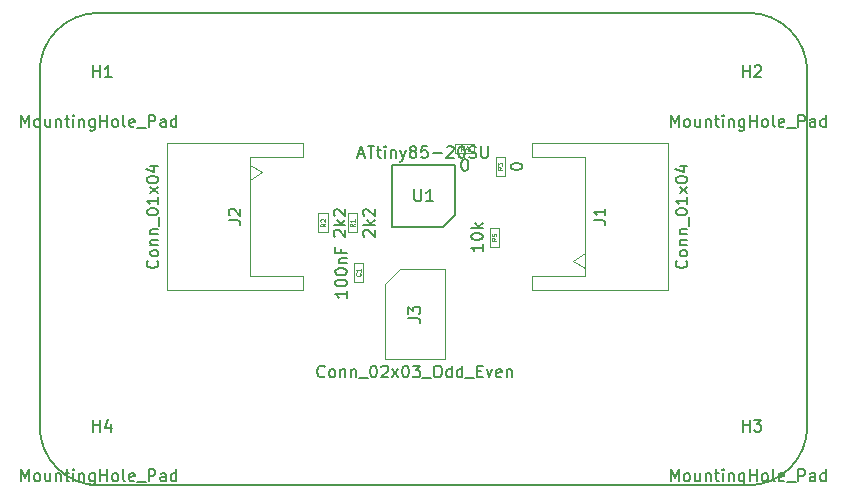
<source format=gbr>
%TF.GenerationSoftware,KiCad,Pcbnew,(5.1.6)-1*%
%TF.CreationDate,2020-12-10T00:03:04+01:00*%
%TF.ProjectId,06_I2C_2_NEOPIXELS,30365f49-3243-45f3-925f-4e454f504958,rev?*%
%TF.SameCoordinates,Original*%
%TF.FileFunction,Other,Fab,Top*%
%FSLAX46Y46*%
G04 Gerber Fmt 4.6, Leading zero omitted, Abs format (unit mm)*
G04 Created by KiCad (PCBNEW (5.1.6)-1) date 2020-12-10 00:03:04*
%MOMM*%
%LPD*%
G01*
G04 APERTURE LIST*
%TA.AperFunction,Profile*%
%ADD10C,0.150000*%
%TD*%
%ADD11C,0.100000*%
%ADD12C,0.150000*%
%ADD13C,0.060000*%
G04 APERTURE END LIST*
D10*
X160000000Y-55000000D02*
G75*
G02*
X165000000Y-60000000I0J-5000000D01*
G01*
X165000000Y-90000000D02*
G75*
G02*
X160000000Y-95000000I-5000000J0D01*
G01*
X105000000Y-95000000D02*
G75*
G02*
X100000000Y-90000000I0J5000000D01*
G01*
X100000000Y-60000000D02*
G75*
G02*
X105000000Y-55000000I5000000J0D01*
G01*
X100000000Y-90000000D02*
X100000000Y-60000000D01*
X160000000Y-95000000D02*
X105000000Y-95000000D01*
X165000000Y-60000000D02*
X165000000Y-90000000D01*
X105000000Y-55000000D02*
X160000000Y-55000000D01*
D11*
%TO.C,C1*%
X126600000Y-77800000D02*
X126600000Y-76200000D01*
X127400000Y-77800000D02*
X126600000Y-77800000D01*
X127400000Y-76200000D02*
X127400000Y-77800000D01*
X126600000Y-76200000D02*
X127400000Y-76200000D01*
%TO.C,J1*%
X145200000Y-76000000D02*
X146200000Y-75375000D01*
X146200000Y-76625000D02*
X145200000Y-76000000D01*
X146200000Y-67250000D02*
X146200000Y-72250000D01*
X141700000Y-67250000D02*
X146200000Y-67250000D01*
X141700000Y-66050000D02*
X141700000Y-67250000D01*
X153200000Y-66050000D02*
X141700000Y-66050000D01*
X153200000Y-72250000D02*
X153200000Y-66050000D01*
X146200000Y-77250000D02*
X146200000Y-72250000D01*
X141700000Y-77250000D02*
X146200000Y-77250000D01*
X141700000Y-78450000D02*
X141700000Y-77250000D01*
X153200000Y-78450000D02*
X141700000Y-78450000D01*
X153200000Y-72250000D02*
X153200000Y-78450000D01*
%TO.C,J2*%
X110800000Y-72250000D02*
X110800000Y-66050000D01*
X110800000Y-66050000D02*
X122300000Y-66050000D01*
X122300000Y-66050000D02*
X122300000Y-67250000D01*
X122300000Y-67250000D02*
X117800000Y-67250000D01*
X117800000Y-67250000D02*
X117800000Y-72250000D01*
X110800000Y-72250000D02*
X110800000Y-78450000D01*
X110800000Y-78450000D02*
X122300000Y-78450000D01*
X122300000Y-78450000D02*
X122300000Y-77250000D01*
X122300000Y-77250000D02*
X117800000Y-77250000D01*
X117800000Y-77250000D02*
X117800000Y-72250000D01*
X117800000Y-67875000D02*
X118800000Y-68500000D01*
X118800000Y-68500000D02*
X117800000Y-69125000D01*
%TO.C,J3*%
X129230000Y-78000000D02*
X130500000Y-76730000D01*
X129230000Y-84350000D02*
X129230000Y-78000000D01*
X134310000Y-84350000D02*
X129230000Y-84350000D01*
X134310000Y-76730000D02*
X134310000Y-84350000D01*
X130500000Y-76730000D02*
X134310000Y-76730000D01*
%TO.C,R1*%
X126900000Y-73587500D02*
X126100000Y-73587500D01*
X126100000Y-73587500D02*
X126100000Y-71987500D01*
X126100000Y-71987500D02*
X126900000Y-71987500D01*
X126900000Y-71987500D02*
X126900000Y-73587500D01*
%TO.C,R2*%
X124400000Y-71987500D02*
X124400000Y-73587500D01*
X123600000Y-71987500D02*
X124400000Y-71987500D01*
X123600000Y-73587500D02*
X123600000Y-71987500D01*
X124400000Y-73587500D02*
X123600000Y-73587500D01*
%TO.C,R3*%
X139400000Y-68800000D02*
X138600000Y-68800000D01*
X138600000Y-68800000D02*
X138600000Y-67200000D01*
X138600000Y-67200000D02*
X139400000Y-67200000D01*
X139400000Y-67200000D02*
X139400000Y-68800000D01*
%TO.C,R4*%
X136800000Y-66900000D02*
X135200000Y-66900000D01*
X136800000Y-66100000D02*
X136800000Y-66900000D01*
X135200000Y-66100000D02*
X136800000Y-66100000D01*
X135200000Y-66900000D02*
X135200000Y-66100000D01*
%TO.C,R5*%
X138100000Y-74800000D02*
X138100000Y-73200000D01*
X138900000Y-74800000D02*
X138100000Y-74800000D01*
X138900000Y-73200000D02*
X138900000Y-74800000D01*
X138100000Y-73200000D02*
X138900000Y-73200000D01*
D12*
%TO.C,U1*%
X135150000Y-72150000D02*
X134150000Y-73150000D01*
X135150000Y-67850000D02*
X135150000Y-72150000D01*
X129850000Y-67850000D02*
X135150000Y-67850000D01*
X129850000Y-73150000D02*
X129850000Y-67850000D01*
X134150000Y-73150000D02*
X129850000Y-73150000D01*
%TD*%
%TO.C,C1*%
X126022380Y-78547619D02*
X126022380Y-79119047D01*
X126022380Y-78833333D02*
X125022380Y-78833333D01*
X125165238Y-78928571D01*
X125260476Y-79023809D01*
X125308095Y-79119047D01*
X125022380Y-77928571D02*
X125022380Y-77833333D01*
X125070000Y-77738095D01*
X125117619Y-77690476D01*
X125212857Y-77642857D01*
X125403333Y-77595238D01*
X125641428Y-77595238D01*
X125831904Y-77642857D01*
X125927142Y-77690476D01*
X125974761Y-77738095D01*
X126022380Y-77833333D01*
X126022380Y-77928571D01*
X125974761Y-78023809D01*
X125927142Y-78071428D01*
X125831904Y-78119047D01*
X125641428Y-78166666D01*
X125403333Y-78166666D01*
X125212857Y-78119047D01*
X125117619Y-78071428D01*
X125070000Y-78023809D01*
X125022380Y-77928571D01*
X125022380Y-76976190D02*
X125022380Y-76880952D01*
X125070000Y-76785714D01*
X125117619Y-76738095D01*
X125212857Y-76690476D01*
X125403333Y-76642857D01*
X125641428Y-76642857D01*
X125831904Y-76690476D01*
X125927142Y-76738095D01*
X125974761Y-76785714D01*
X126022380Y-76880952D01*
X126022380Y-76976190D01*
X125974761Y-77071428D01*
X125927142Y-77119047D01*
X125831904Y-77166666D01*
X125641428Y-77214285D01*
X125403333Y-77214285D01*
X125212857Y-77166666D01*
X125117619Y-77119047D01*
X125070000Y-77071428D01*
X125022380Y-76976190D01*
X125355714Y-76214285D02*
X126022380Y-76214285D01*
X125450952Y-76214285D02*
X125403333Y-76166666D01*
X125355714Y-76071428D01*
X125355714Y-75928571D01*
X125403333Y-75833333D01*
X125498571Y-75785714D01*
X126022380Y-75785714D01*
X125498571Y-74976190D02*
X125498571Y-75309523D01*
X126022380Y-75309523D02*
X125022380Y-75309523D01*
X125022380Y-74833333D01*
D13*
X127142857Y-77066666D02*
X127161904Y-77085714D01*
X127180952Y-77142857D01*
X127180952Y-77180952D01*
X127161904Y-77238095D01*
X127123809Y-77276190D01*
X127085714Y-77295238D01*
X127009523Y-77314285D01*
X126952380Y-77314285D01*
X126876190Y-77295238D01*
X126838095Y-77276190D01*
X126800000Y-77238095D01*
X126780952Y-77180952D01*
X126780952Y-77142857D01*
X126800000Y-77085714D01*
X126819047Y-77066666D01*
X127180952Y-76685714D02*
X127180952Y-76914285D01*
X127180952Y-76800000D02*
X126780952Y-76800000D01*
X126838095Y-76838095D01*
X126876190Y-76876190D01*
X126895238Y-76914285D01*
%TO.C,H1*%
D12*
X98428571Y-64652380D02*
X98428571Y-63652380D01*
X98761904Y-64366666D01*
X99095238Y-63652380D01*
X99095238Y-64652380D01*
X99714285Y-64652380D02*
X99619047Y-64604761D01*
X99571428Y-64557142D01*
X99523809Y-64461904D01*
X99523809Y-64176190D01*
X99571428Y-64080952D01*
X99619047Y-64033333D01*
X99714285Y-63985714D01*
X99857142Y-63985714D01*
X99952380Y-64033333D01*
X100000000Y-64080952D01*
X100047619Y-64176190D01*
X100047619Y-64461904D01*
X100000000Y-64557142D01*
X99952380Y-64604761D01*
X99857142Y-64652380D01*
X99714285Y-64652380D01*
X100904761Y-63985714D02*
X100904761Y-64652380D01*
X100476190Y-63985714D02*
X100476190Y-64509523D01*
X100523809Y-64604761D01*
X100619047Y-64652380D01*
X100761904Y-64652380D01*
X100857142Y-64604761D01*
X100904761Y-64557142D01*
X101380952Y-63985714D02*
X101380952Y-64652380D01*
X101380952Y-64080952D02*
X101428571Y-64033333D01*
X101523809Y-63985714D01*
X101666666Y-63985714D01*
X101761904Y-64033333D01*
X101809523Y-64128571D01*
X101809523Y-64652380D01*
X102142857Y-63985714D02*
X102523809Y-63985714D01*
X102285714Y-63652380D02*
X102285714Y-64509523D01*
X102333333Y-64604761D01*
X102428571Y-64652380D01*
X102523809Y-64652380D01*
X102857142Y-64652380D02*
X102857142Y-63985714D01*
X102857142Y-63652380D02*
X102809523Y-63700000D01*
X102857142Y-63747619D01*
X102904761Y-63700000D01*
X102857142Y-63652380D01*
X102857142Y-63747619D01*
X103333333Y-63985714D02*
X103333333Y-64652380D01*
X103333333Y-64080952D02*
X103380952Y-64033333D01*
X103476190Y-63985714D01*
X103619047Y-63985714D01*
X103714285Y-64033333D01*
X103761904Y-64128571D01*
X103761904Y-64652380D01*
X104666666Y-63985714D02*
X104666666Y-64795238D01*
X104619047Y-64890476D01*
X104571428Y-64938095D01*
X104476190Y-64985714D01*
X104333333Y-64985714D01*
X104238095Y-64938095D01*
X104666666Y-64604761D02*
X104571428Y-64652380D01*
X104380952Y-64652380D01*
X104285714Y-64604761D01*
X104238095Y-64557142D01*
X104190476Y-64461904D01*
X104190476Y-64176190D01*
X104238095Y-64080952D01*
X104285714Y-64033333D01*
X104380952Y-63985714D01*
X104571428Y-63985714D01*
X104666666Y-64033333D01*
X105142857Y-64652380D02*
X105142857Y-63652380D01*
X105142857Y-64128571D02*
X105714285Y-64128571D01*
X105714285Y-64652380D02*
X105714285Y-63652380D01*
X106333333Y-64652380D02*
X106238095Y-64604761D01*
X106190476Y-64557142D01*
X106142857Y-64461904D01*
X106142857Y-64176190D01*
X106190476Y-64080952D01*
X106238095Y-64033333D01*
X106333333Y-63985714D01*
X106476190Y-63985714D01*
X106571428Y-64033333D01*
X106619047Y-64080952D01*
X106666666Y-64176190D01*
X106666666Y-64461904D01*
X106619047Y-64557142D01*
X106571428Y-64604761D01*
X106476190Y-64652380D01*
X106333333Y-64652380D01*
X107238095Y-64652380D02*
X107142857Y-64604761D01*
X107095238Y-64509523D01*
X107095238Y-63652380D01*
X108000000Y-64604761D02*
X107904761Y-64652380D01*
X107714285Y-64652380D01*
X107619047Y-64604761D01*
X107571428Y-64509523D01*
X107571428Y-64128571D01*
X107619047Y-64033333D01*
X107714285Y-63985714D01*
X107904761Y-63985714D01*
X108000000Y-64033333D01*
X108047619Y-64128571D01*
X108047619Y-64223809D01*
X107571428Y-64319047D01*
X108238095Y-64747619D02*
X109000000Y-64747619D01*
X109238095Y-64652380D02*
X109238095Y-63652380D01*
X109619047Y-63652380D01*
X109714285Y-63700000D01*
X109761904Y-63747619D01*
X109809523Y-63842857D01*
X109809523Y-63985714D01*
X109761904Y-64080952D01*
X109714285Y-64128571D01*
X109619047Y-64176190D01*
X109238095Y-64176190D01*
X110666666Y-64652380D02*
X110666666Y-64128571D01*
X110619047Y-64033333D01*
X110523809Y-63985714D01*
X110333333Y-63985714D01*
X110238095Y-64033333D01*
X110666666Y-64604761D02*
X110571428Y-64652380D01*
X110333333Y-64652380D01*
X110238095Y-64604761D01*
X110190476Y-64509523D01*
X110190476Y-64414285D01*
X110238095Y-64319047D01*
X110333333Y-64271428D01*
X110571428Y-64271428D01*
X110666666Y-64223809D01*
X111571428Y-64652380D02*
X111571428Y-63652380D01*
X111571428Y-64604761D02*
X111476190Y-64652380D01*
X111285714Y-64652380D01*
X111190476Y-64604761D01*
X111142857Y-64557142D01*
X111095238Y-64461904D01*
X111095238Y-64176190D01*
X111142857Y-64080952D01*
X111190476Y-64033333D01*
X111285714Y-63985714D01*
X111476190Y-63985714D01*
X111571428Y-64033333D01*
X104538095Y-60452380D02*
X104538095Y-59452380D01*
X104538095Y-59928571D02*
X105109523Y-59928571D01*
X105109523Y-60452380D02*
X105109523Y-59452380D01*
X106109523Y-60452380D02*
X105538095Y-60452380D01*
X105823809Y-60452380D02*
X105823809Y-59452380D01*
X105728571Y-59595238D01*
X105633333Y-59690476D01*
X105538095Y-59738095D01*
%TO.C,H2*%
X153428571Y-64652380D02*
X153428571Y-63652380D01*
X153761904Y-64366666D01*
X154095238Y-63652380D01*
X154095238Y-64652380D01*
X154714285Y-64652380D02*
X154619047Y-64604761D01*
X154571428Y-64557142D01*
X154523809Y-64461904D01*
X154523809Y-64176190D01*
X154571428Y-64080952D01*
X154619047Y-64033333D01*
X154714285Y-63985714D01*
X154857142Y-63985714D01*
X154952380Y-64033333D01*
X155000000Y-64080952D01*
X155047619Y-64176190D01*
X155047619Y-64461904D01*
X155000000Y-64557142D01*
X154952380Y-64604761D01*
X154857142Y-64652380D01*
X154714285Y-64652380D01*
X155904761Y-63985714D02*
X155904761Y-64652380D01*
X155476190Y-63985714D02*
X155476190Y-64509523D01*
X155523809Y-64604761D01*
X155619047Y-64652380D01*
X155761904Y-64652380D01*
X155857142Y-64604761D01*
X155904761Y-64557142D01*
X156380952Y-63985714D02*
X156380952Y-64652380D01*
X156380952Y-64080952D02*
X156428571Y-64033333D01*
X156523809Y-63985714D01*
X156666666Y-63985714D01*
X156761904Y-64033333D01*
X156809523Y-64128571D01*
X156809523Y-64652380D01*
X157142857Y-63985714D02*
X157523809Y-63985714D01*
X157285714Y-63652380D02*
X157285714Y-64509523D01*
X157333333Y-64604761D01*
X157428571Y-64652380D01*
X157523809Y-64652380D01*
X157857142Y-64652380D02*
X157857142Y-63985714D01*
X157857142Y-63652380D02*
X157809523Y-63700000D01*
X157857142Y-63747619D01*
X157904761Y-63700000D01*
X157857142Y-63652380D01*
X157857142Y-63747619D01*
X158333333Y-63985714D02*
X158333333Y-64652380D01*
X158333333Y-64080952D02*
X158380952Y-64033333D01*
X158476190Y-63985714D01*
X158619047Y-63985714D01*
X158714285Y-64033333D01*
X158761904Y-64128571D01*
X158761904Y-64652380D01*
X159666666Y-63985714D02*
X159666666Y-64795238D01*
X159619047Y-64890476D01*
X159571428Y-64938095D01*
X159476190Y-64985714D01*
X159333333Y-64985714D01*
X159238095Y-64938095D01*
X159666666Y-64604761D02*
X159571428Y-64652380D01*
X159380952Y-64652380D01*
X159285714Y-64604761D01*
X159238095Y-64557142D01*
X159190476Y-64461904D01*
X159190476Y-64176190D01*
X159238095Y-64080952D01*
X159285714Y-64033333D01*
X159380952Y-63985714D01*
X159571428Y-63985714D01*
X159666666Y-64033333D01*
X160142857Y-64652380D02*
X160142857Y-63652380D01*
X160142857Y-64128571D02*
X160714285Y-64128571D01*
X160714285Y-64652380D02*
X160714285Y-63652380D01*
X161333333Y-64652380D02*
X161238095Y-64604761D01*
X161190476Y-64557142D01*
X161142857Y-64461904D01*
X161142857Y-64176190D01*
X161190476Y-64080952D01*
X161238095Y-64033333D01*
X161333333Y-63985714D01*
X161476190Y-63985714D01*
X161571428Y-64033333D01*
X161619047Y-64080952D01*
X161666666Y-64176190D01*
X161666666Y-64461904D01*
X161619047Y-64557142D01*
X161571428Y-64604761D01*
X161476190Y-64652380D01*
X161333333Y-64652380D01*
X162238095Y-64652380D02*
X162142857Y-64604761D01*
X162095238Y-64509523D01*
X162095238Y-63652380D01*
X163000000Y-64604761D02*
X162904761Y-64652380D01*
X162714285Y-64652380D01*
X162619047Y-64604761D01*
X162571428Y-64509523D01*
X162571428Y-64128571D01*
X162619047Y-64033333D01*
X162714285Y-63985714D01*
X162904761Y-63985714D01*
X163000000Y-64033333D01*
X163047619Y-64128571D01*
X163047619Y-64223809D01*
X162571428Y-64319047D01*
X163238095Y-64747619D02*
X164000000Y-64747619D01*
X164238095Y-64652380D02*
X164238095Y-63652380D01*
X164619047Y-63652380D01*
X164714285Y-63700000D01*
X164761904Y-63747619D01*
X164809523Y-63842857D01*
X164809523Y-63985714D01*
X164761904Y-64080952D01*
X164714285Y-64128571D01*
X164619047Y-64176190D01*
X164238095Y-64176190D01*
X165666666Y-64652380D02*
X165666666Y-64128571D01*
X165619047Y-64033333D01*
X165523809Y-63985714D01*
X165333333Y-63985714D01*
X165238095Y-64033333D01*
X165666666Y-64604761D02*
X165571428Y-64652380D01*
X165333333Y-64652380D01*
X165238095Y-64604761D01*
X165190476Y-64509523D01*
X165190476Y-64414285D01*
X165238095Y-64319047D01*
X165333333Y-64271428D01*
X165571428Y-64271428D01*
X165666666Y-64223809D01*
X166571428Y-64652380D02*
X166571428Y-63652380D01*
X166571428Y-64604761D02*
X166476190Y-64652380D01*
X166285714Y-64652380D01*
X166190476Y-64604761D01*
X166142857Y-64557142D01*
X166095238Y-64461904D01*
X166095238Y-64176190D01*
X166142857Y-64080952D01*
X166190476Y-64033333D01*
X166285714Y-63985714D01*
X166476190Y-63985714D01*
X166571428Y-64033333D01*
X159538095Y-60452380D02*
X159538095Y-59452380D01*
X159538095Y-59928571D02*
X160109523Y-59928571D01*
X160109523Y-60452380D02*
X160109523Y-59452380D01*
X160538095Y-59547619D02*
X160585714Y-59500000D01*
X160680952Y-59452380D01*
X160919047Y-59452380D01*
X161014285Y-59500000D01*
X161061904Y-59547619D01*
X161109523Y-59642857D01*
X161109523Y-59738095D01*
X161061904Y-59880952D01*
X160490476Y-60452380D01*
X161109523Y-60452380D01*
%TO.C,H3*%
X153428571Y-94652380D02*
X153428571Y-93652380D01*
X153761904Y-94366666D01*
X154095238Y-93652380D01*
X154095238Y-94652380D01*
X154714285Y-94652380D02*
X154619047Y-94604761D01*
X154571428Y-94557142D01*
X154523809Y-94461904D01*
X154523809Y-94176190D01*
X154571428Y-94080952D01*
X154619047Y-94033333D01*
X154714285Y-93985714D01*
X154857142Y-93985714D01*
X154952380Y-94033333D01*
X155000000Y-94080952D01*
X155047619Y-94176190D01*
X155047619Y-94461904D01*
X155000000Y-94557142D01*
X154952380Y-94604761D01*
X154857142Y-94652380D01*
X154714285Y-94652380D01*
X155904761Y-93985714D02*
X155904761Y-94652380D01*
X155476190Y-93985714D02*
X155476190Y-94509523D01*
X155523809Y-94604761D01*
X155619047Y-94652380D01*
X155761904Y-94652380D01*
X155857142Y-94604761D01*
X155904761Y-94557142D01*
X156380952Y-93985714D02*
X156380952Y-94652380D01*
X156380952Y-94080952D02*
X156428571Y-94033333D01*
X156523809Y-93985714D01*
X156666666Y-93985714D01*
X156761904Y-94033333D01*
X156809523Y-94128571D01*
X156809523Y-94652380D01*
X157142857Y-93985714D02*
X157523809Y-93985714D01*
X157285714Y-93652380D02*
X157285714Y-94509523D01*
X157333333Y-94604761D01*
X157428571Y-94652380D01*
X157523809Y-94652380D01*
X157857142Y-94652380D02*
X157857142Y-93985714D01*
X157857142Y-93652380D02*
X157809523Y-93700000D01*
X157857142Y-93747619D01*
X157904761Y-93700000D01*
X157857142Y-93652380D01*
X157857142Y-93747619D01*
X158333333Y-93985714D02*
X158333333Y-94652380D01*
X158333333Y-94080952D02*
X158380952Y-94033333D01*
X158476190Y-93985714D01*
X158619047Y-93985714D01*
X158714285Y-94033333D01*
X158761904Y-94128571D01*
X158761904Y-94652380D01*
X159666666Y-93985714D02*
X159666666Y-94795238D01*
X159619047Y-94890476D01*
X159571428Y-94938095D01*
X159476190Y-94985714D01*
X159333333Y-94985714D01*
X159238095Y-94938095D01*
X159666666Y-94604761D02*
X159571428Y-94652380D01*
X159380952Y-94652380D01*
X159285714Y-94604761D01*
X159238095Y-94557142D01*
X159190476Y-94461904D01*
X159190476Y-94176190D01*
X159238095Y-94080952D01*
X159285714Y-94033333D01*
X159380952Y-93985714D01*
X159571428Y-93985714D01*
X159666666Y-94033333D01*
X160142857Y-94652380D02*
X160142857Y-93652380D01*
X160142857Y-94128571D02*
X160714285Y-94128571D01*
X160714285Y-94652380D02*
X160714285Y-93652380D01*
X161333333Y-94652380D02*
X161238095Y-94604761D01*
X161190476Y-94557142D01*
X161142857Y-94461904D01*
X161142857Y-94176190D01*
X161190476Y-94080952D01*
X161238095Y-94033333D01*
X161333333Y-93985714D01*
X161476190Y-93985714D01*
X161571428Y-94033333D01*
X161619047Y-94080952D01*
X161666666Y-94176190D01*
X161666666Y-94461904D01*
X161619047Y-94557142D01*
X161571428Y-94604761D01*
X161476190Y-94652380D01*
X161333333Y-94652380D01*
X162238095Y-94652380D02*
X162142857Y-94604761D01*
X162095238Y-94509523D01*
X162095238Y-93652380D01*
X163000000Y-94604761D02*
X162904761Y-94652380D01*
X162714285Y-94652380D01*
X162619047Y-94604761D01*
X162571428Y-94509523D01*
X162571428Y-94128571D01*
X162619047Y-94033333D01*
X162714285Y-93985714D01*
X162904761Y-93985714D01*
X163000000Y-94033333D01*
X163047619Y-94128571D01*
X163047619Y-94223809D01*
X162571428Y-94319047D01*
X163238095Y-94747619D02*
X164000000Y-94747619D01*
X164238095Y-94652380D02*
X164238095Y-93652380D01*
X164619047Y-93652380D01*
X164714285Y-93700000D01*
X164761904Y-93747619D01*
X164809523Y-93842857D01*
X164809523Y-93985714D01*
X164761904Y-94080952D01*
X164714285Y-94128571D01*
X164619047Y-94176190D01*
X164238095Y-94176190D01*
X165666666Y-94652380D02*
X165666666Y-94128571D01*
X165619047Y-94033333D01*
X165523809Y-93985714D01*
X165333333Y-93985714D01*
X165238095Y-94033333D01*
X165666666Y-94604761D02*
X165571428Y-94652380D01*
X165333333Y-94652380D01*
X165238095Y-94604761D01*
X165190476Y-94509523D01*
X165190476Y-94414285D01*
X165238095Y-94319047D01*
X165333333Y-94271428D01*
X165571428Y-94271428D01*
X165666666Y-94223809D01*
X166571428Y-94652380D02*
X166571428Y-93652380D01*
X166571428Y-94604761D02*
X166476190Y-94652380D01*
X166285714Y-94652380D01*
X166190476Y-94604761D01*
X166142857Y-94557142D01*
X166095238Y-94461904D01*
X166095238Y-94176190D01*
X166142857Y-94080952D01*
X166190476Y-94033333D01*
X166285714Y-93985714D01*
X166476190Y-93985714D01*
X166571428Y-94033333D01*
X159538095Y-90452380D02*
X159538095Y-89452380D01*
X159538095Y-89928571D02*
X160109523Y-89928571D01*
X160109523Y-90452380D02*
X160109523Y-89452380D01*
X160490476Y-89452380D02*
X161109523Y-89452380D01*
X160776190Y-89833333D01*
X160919047Y-89833333D01*
X161014285Y-89880952D01*
X161061904Y-89928571D01*
X161109523Y-90023809D01*
X161109523Y-90261904D01*
X161061904Y-90357142D01*
X161014285Y-90404761D01*
X160919047Y-90452380D01*
X160633333Y-90452380D01*
X160538095Y-90404761D01*
X160490476Y-90357142D01*
%TO.C,H4*%
X98428571Y-94652380D02*
X98428571Y-93652380D01*
X98761904Y-94366666D01*
X99095238Y-93652380D01*
X99095238Y-94652380D01*
X99714285Y-94652380D02*
X99619047Y-94604761D01*
X99571428Y-94557142D01*
X99523809Y-94461904D01*
X99523809Y-94176190D01*
X99571428Y-94080952D01*
X99619047Y-94033333D01*
X99714285Y-93985714D01*
X99857142Y-93985714D01*
X99952380Y-94033333D01*
X100000000Y-94080952D01*
X100047619Y-94176190D01*
X100047619Y-94461904D01*
X100000000Y-94557142D01*
X99952380Y-94604761D01*
X99857142Y-94652380D01*
X99714285Y-94652380D01*
X100904761Y-93985714D02*
X100904761Y-94652380D01*
X100476190Y-93985714D02*
X100476190Y-94509523D01*
X100523809Y-94604761D01*
X100619047Y-94652380D01*
X100761904Y-94652380D01*
X100857142Y-94604761D01*
X100904761Y-94557142D01*
X101380952Y-93985714D02*
X101380952Y-94652380D01*
X101380952Y-94080952D02*
X101428571Y-94033333D01*
X101523809Y-93985714D01*
X101666666Y-93985714D01*
X101761904Y-94033333D01*
X101809523Y-94128571D01*
X101809523Y-94652380D01*
X102142857Y-93985714D02*
X102523809Y-93985714D01*
X102285714Y-93652380D02*
X102285714Y-94509523D01*
X102333333Y-94604761D01*
X102428571Y-94652380D01*
X102523809Y-94652380D01*
X102857142Y-94652380D02*
X102857142Y-93985714D01*
X102857142Y-93652380D02*
X102809523Y-93700000D01*
X102857142Y-93747619D01*
X102904761Y-93700000D01*
X102857142Y-93652380D01*
X102857142Y-93747619D01*
X103333333Y-93985714D02*
X103333333Y-94652380D01*
X103333333Y-94080952D02*
X103380952Y-94033333D01*
X103476190Y-93985714D01*
X103619047Y-93985714D01*
X103714285Y-94033333D01*
X103761904Y-94128571D01*
X103761904Y-94652380D01*
X104666666Y-93985714D02*
X104666666Y-94795238D01*
X104619047Y-94890476D01*
X104571428Y-94938095D01*
X104476190Y-94985714D01*
X104333333Y-94985714D01*
X104238095Y-94938095D01*
X104666666Y-94604761D02*
X104571428Y-94652380D01*
X104380952Y-94652380D01*
X104285714Y-94604761D01*
X104238095Y-94557142D01*
X104190476Y-94461904D01*
X104190476Y-94176190D01*
X104238095Y-94080952D01*
X104285714Y-94033333D01*
X104380952Y-93985714D01*
X104571428Y-93985714D01*
X104666666Y-94033333D01*
X105142857Y-94652380D02*
X105142857Y-93652380D01*
X105142857Y-94128571D02*
X105714285Y-94128571D01*
X105714285Y-94652380D02*
X105714285Y-93652380D01*
X106333333Y-94652380D02*
X106238095Y-94604761D01*
X106190476Y-94557142D01*
X106142857Y-94461904D01*
X106142857Y-94176190D01*
X106190476Y-94080952D01*
X106238095Y-94033333D01*
X106333333Y-93985714D01*
X106476190Y-93985714D01*
X106571428Y-94033333D01*
X106619047Y-94080952D01*
X106666666Y-94176190D01*
X106666666Y-94461904D01*
X106619047Y-94557142D01*
X106571428Y-94604761D01*
X106476190Y-94652380D01*
X106333333Y-94652380D01*
X107238095Y-94652380D02*
X107142857Y-94604761D01*
X107095238Y-94509523D01*
X107095238Y-93652380D01*
X108000000Y-94604761D02*
X107904761Y-94652380D01*
X107714285Y-94652380D01*
X107619047Y-94604761D01*
X107571428Y-94509523D01*
X107571428Y-94128571D01*
X107619047Y-94033333D01*
X107714285Y-93985714D01*
X107904761Y-93985714D01*
X108000000Y-94033333D01*
X108047619Y-94128571D01*
X108047619Y-94223809D01*
X107571428Y-94319047D01*
X108238095Y-94747619D02*
X109000000Y-94747619D01*
X109238095Y-94652380D02*
X109238095Y-93652380D01*
X109619047Y-93652380D01*
X109714285Y-93700000D01*
X109761904Y-93747619D01*
X109809523Y-93842857D01*
X109809523Y-93985714D01*
X109761904Y-94080952D01*
X109714285Y-94128571D01*
X109619047Y-94176190D01*
X109238095Y-94176190D01*
X110666666Y-94652380D02*
X110666666Y-94128571D01*
X110619047Y-94033333D01*
X110523809Y-93985714D01*
X110333333Y-93985714D01*
X110238095Y-94033333D01*
X110666666Y-94604761D02*
X110571428Y-94652380D01*
X110333333Y-94652380D01*
X110238095Y-94604761D01*
X110190476Y-94509523D01*
X110190476Y-94414285D01*
X110238095Y-94319047D01*
X110333333Y-94271428D01*
X110571428Y-94271428D01*
X110666666Y-94223809D01*
X111571428Y-94652380D02*
X111571428Y-93652380D01*
X111571428Y-94604761D02*
X111476190Y-94652380D01*
X111285714Y-94652380D01*
X111190476Y-94604761D01*
X111142857Y-94557142D01*
X111095238Y-94461904D01*
X111095238Y-94176190D01*
X111142857Y-94080952D01*
X111190476Y-94033333D01*
X111285714Y-93985714D01*
X111476190Y-93985714D01*
X111571428Y-94033333D01*
X104538095Y-90452380D02*
X104538095Y-89452380D01*
X104538095Y-89928571D02*
X105109523Y-89928571D01*
X105109523Y-90452380D02*
X105109523Y-89452380D01*
X106014285Y-89785714D02*
X106014285Y-90452380D01*
X105776190Y-89404761D02*
X105538095Y-90119047D01*
X106157142Y-90119047D01*
%TO.C,J1*%
X154757142Y-75988095D02*
X154804761Y-76035714D01*
X154852380Y-76178571D01*
X154852380Y-76273809D01*
X154804761Y-76416666D01*
X154709523Y-76511904D01*
X154614285Y-76559523D01*
X154423809Y-76607142D01*
X154280952Y-76607142D01*
X154090476Y-76559523D01*
X153995238Y-76511904D01*
X153900000Y-76416666D01*
X153852380Y-76273809D01*
X153852380Y-76178571D01*
X153900000Y-76035714D01*
X153947619Y-75988095D01*
X154852380Y-75416666D02*
X154804761Y-75511904D01*
X154757142Y-75559523D01*
X154661904Y-75607142D01*
X154376190Y-75607142D01*
X154280952Y-75559523D01*
X154233333Y-75511904D01*
X154185714Y-75416666D01*
X154185714Y-75273809D01*
X154233333Y-75178571D01*
X154280952Y-75130952D01*
X154376190Y-75083333D01*
X154661904Y-75083333D01*
X154757142Y-75130952D01*
X154804761Y-75178571D01*
X154852380Y-75273809D01*
X154852380Y-75416666D01*
X154185714Y-74654761D02*
X154852380Y-74654761D01*
X154280952Y-74654761D02*
X154233333Y-74607142D01*
X154185714Y-74511904D01*
X154185714Y-74369047D01*
X154233333Y-74273809D01*
X154328571Y-74226190D01*
X154852380Y-74226190D01*
X154185714Y-73750000D02*
X154852380Y-73750000D01*
X154280952Y-73750000D02*
X154233333Y-73702380D01*
X154185714Y-73607142D01*
X154185714Y-73464285D01*
X154233333Y-73369047D01*
X154328571Y-73321428D01*
X154852380Y-73321428D01*
X154947619Y-73083333D02*
X154947619Y-72321428D01*
X153852380Y-71892857D02*
X153852380Y-71797619D01*
X153900000Y-71702380D01*
X153947619Y-71654761D01*
X154042857Y-71607142D01*
X154233333Y-71559523D01*
X154471428Y-71559523D01*
X154661904Y-71607142D01*
X154757142Y-71654761D01*
X154804761Y-71702380D01*
X154852380Y-71797619D01*
X154852380Y-71892857D01*
X154804761Y-71988095D01*
X154757142Y-72035714D01*
X154661904Y-72083333D01*
X154471428Y-72130952D01*
X154233333Y-72130952D01*
X154042857Y-72083333D01*
X153947619Y-72035714D01*
X153900000Y-71988095D01*
X153852380Y-71892857D01*
X154852380Y-70607142D02*
X154852380Y-71178571D01*
X154852380Y-70892857D02*
X153852380Y-70892857D01*
X153995238Y-70988095D01*
X154090476Y-71083333D01*
X154138095Y-71178571D01*
X154852380Y-70273809D02*
X154185714Y-69750000D01*
X154185714Y-70273809D02*
X154852380Y-69750000D01*
X153852380Y-69178571D02*
X153852380Y-69083333D01*
X153900000Y-68988095D01*
X153947619Y-68940476D01*
X154042857Y-68892857D01*
X154233333Y-68845238D01*
X154471428Y-68845238D01*
X154661904Y-68892857D01*
X154757142Y-68940476D01*
X154804761Y-68988095D01*
X154852380Y-69083333D01*
X154852380Y-69178571D01*
X154804761Y-69273809D01*
X154757142Y-69321428D01*
X154661904Y-69369047D01*
X154471428Y-69416666D01*
X154233333Y-69416666D01*
X154042857Y-69369047D01*
X153947619Y-69321428D01*
X153900000Y-69273809D01*
X153852380Y-69178571D01*
X154185714Y-67988095D02*
X154852380Y-67988095D01*
X153804761Y-68226190D02*
X154519047Y-68464285D01*
X154519047Y-67845238D01*
X146902380Y-72583333D02*
X147616666Y-72583333D01*
X147759523Y-72630952D01*
X147854761Y-72726190D01*
X147902380Y-72869047D01*
X147902380Y-72964285D01*
X147902380Y-71583333D02*
X147902380Y-72154761D01*
X147902380Y-71869047D02*
X146902380Y-71869047D01*
X147045238Y-71964285D01*
X147140476Y-72059523D01*
X147188095Y-72154761D01*
%TO.C,J2*%
X109957142Y-75988095D02*
X110004761Y-76035714D01*
X110052380Y-76178571D01*
X110052380Y-76273809D01*
X110004761Y-76416666D01*
X109909523Y-76511904D01*
X109814285Y-76559523D01*
X109623809Y-76607142D01*
X109480952Y-76607142D01*
X109290476Y-76559523D01*
X109195238Y-76511904D01*
X109100000Y-76416666D01*
X109052380Y-76273809D01*
X109052380Y-76178571D01*
X109100000Y-76035714D01*
X109147619Y-75988095D01*
X110052380Y-75416666D02*
X110004761Y-75511904D01*
X109957142Y-75559523D01*
X109861904Y-75607142D01*
X109576190Y-75607142D01*
X109480952Y-75559523D01*
X109433333Y-75511904D01*
X109385714Y-75416666D01*
X109385714Y-75273809D01*
X109433333Y-75178571D01*
X109480952Y-75130952D01*
X109576190Y-75083333D01*
X109861904Y-75083333D01*
X109957142Y-75130952D01*
X110004761Y-75178571D01*
X110052380Y-75273809D01*
X110052380Y-75416666D01*
X109385714Y-74654761D02*
X110052380Y-74654761D01*
X109480952Y-74654761D02*
X109433333Y-74607142D01*
X109385714Y-74511904D01*
X109385714Y-74369047D01*
X109433333Y-74273809D01*
X109528571Y-74226190D01*
X110052380Y-74226190D01*
X109385714Y-73750000D02*
X110052380Y-73750000D01*
X109480952Y-73750000D02*
X109433333Y-73702380D01*
X109385714Y-73607142D01*
X109385714Y-73464285D01*
X109433333Y-73369047D01*
X109528571Y-73321428D01*
X110052380Y-73321428D01*
X110147619Y-73083333D02*
X110147619Y-72321428D01*
X109052380Y-71892857D02*
X109052380Y-71797619D01*
X109100000Y-71702380D01*
X109147619Y-71654761D01*
X109242857Y-71607142D01*
X109433333Y-71559523D01*
X109671428Y-71559523D01*
X109861904Y-71607142D01*
X109957142Y-71654761D01*
X110004761Y-71702380D01*
X110052380Y-71797619D01*
X110052380Y-71892857D01*
X110004761Y-71988095D01*
X109957142Y-72035714D01*
X109861904Y-72083333D01*
X109671428Y-72130952D01*
X109433333Y-72130952D01*
X109242857Y-72083333D01*
X109147619Y-72035714D01*
X109100000Y-71988095D01*
X109052380Y-71892857D01*
X110052380Y-70607142D02*
X110052380Y-71178571D01*
X110052380Y-70892857D02*
X109052380Y-70892857D01*
X109195238Y-70988095D01*
X109290476Y-71083333D01*
X109338095Y-71178571D01*
X110052380Y-70273809D02*
X109385714Y-69750000D01*
X109385714Y-70273809D02*
X110052380Y-69750000D01*
X109052380Y-69178571D02*
X109052380Y-69083333D01*
X109100000Y-68988095D01*
X109147619Y-68940476D01*
X109242857Y-68892857D01*
X109433333Y-68845238D01*
X109671428Y-68845238D01*
X109861904Y-68892857D01*
X109957142Y-68940476D01*
X110004761Y-68988095D01*
X110052380Y-69083333D01*
X110052380Y-69178571D01*
X110004761Y-69273809D01*
X109957142Y-69321428D01*
X109861904Y-69369047D01*
X109671428Y-69416666D01*
X109433333Y-69416666D01*
X109242857Y-69369047D01*
X109147619Y-69321428D01*
X109100000Y-69273809D01*
X109052380Y-69178571D01*
X109385714Y-67988095D02*
X110052380Y-67988095D01*
X109004761Y-68226190D02*
X109719047Y-68464285D01*
X109719047Y-67845238D01*
X116002380Y-72583333D02*
X116716666Y-72583333D01*
X116859523Y-72630952D01*
X116954761Y-72726190D01*
X117002380Y-72869047D01*
X117002380Y-72964285D01*
X116097619Y-72154761D02*
X116050000Y-72107142D01*
X116002380Y-72011904D01*
X116002380Y-71773809D01*
X116050000Y-71678571D01*
X116097619Y-71630952D01*
X116192857Y-71583333D01*
X116288095Y-71583333D01*
X116430952Y-71630952D01*
X117002380Y-72202380D01*
X117002380Y-71583333D01*
%TO.C,J3*%
X124127142Y-85767142D02*
X124079523Y-85814761D01*
X123936666Y-85862380D01*
X123841428Y-85862380D01*
X123698571Y-85814761D01*
X123603333Y-85719523D01*
X123555714Y-85624285D01*
X123508095Y-85433809D01*
X123508095Y-85290952D01*
X123555714Y-85100476D01*
X123603333Y-85005238D01*
X123698571Y-84910000D01*
X123841428Y-84862380D01*
X123936666Y-84862380D01*
X124079523Y-84910000D01*
X124127142Y-84957619D01*
X124698571Y-85862380D02*
X124603333Y-85814761D01*
X124555714Y-85767142D01*
X124508095Y-85671904D01*
X124508095Y-85386190D01*
X124555714Y-85290952D01*
X124603333Y-85243333D01*
X124698571Y-85195714D01*
X124841428Y-85195714D01*
X124936666Y-85243333D01*
X124984285Y-85290952D01*
X125031904Y-85386190D01*
X125031904Y-85671904D01*
X124984285Y-85767142D01*
X124936666Y-85814761D01*
X124841428Y-85862380D01*
X124698571Y-85862380D01*
X125460476Y-85195714D02*
X125460476Y-85862380D01*
X125460476Y-85290952D02*
X125508095Y-85243333D01*
X125603333Y-85195714D01*
X125746190Y-85195714D01*
X125841428Y-85243333D01*
X125889047Y-85338571D01*
X125889047Y-85862380D01*
X126365238Y-85195714D02*
X126365238Y-85862380D01*
X126365238Y-85290952D02*
X126412857Y-85243333D01*
X126508095Y-85195714D01*
X126650952Y-85195714D01*
X126746190Y-85243333D01*
X126793809Y-85338571D01*
X126793809Y-85862380D01*
X127031904Y-85957619D02*
X127793809Y-85957619D01*
X128222380Y-84862380D02*
X128317619Y-84862380D01*
X128412857Y-84910000D01*
X128460476Y-84957619D01*
X128508095Y-85052857D01*
X128555714Y-85243333D01*
X128555714Y-85481428D01*
X128508095Y-85671904D01*
X128460476Y-85767142D01*
X128412857Y-85814761D01*
X128317619Y-85862380D01*
X128222380Y-85862380D01*
X128127142Y-85814761D01*
X128079523Y-85767142D01*
X128031904Y-85671904D01*
X127984285Y-85481428D01*
X127984285Y-85243333D01*
X128031904Y-85052857D01*
X128079523Y-84957619D01*
X128127142Y-84910000D01*
X128222380Y-84862380D01*
X128936666Y-84957619D02*
X128984285Y-84910000D01*
X129079523Y-84862380D01*
X129317619Y-84862380D01*
X129412857Y-84910000D01*
X129460476Y-84957619D01*
X129508095Y-85052857D01*
X129508095Y-85148095D01*
X129460476Y-85290952D01*
X128889047Y-85862380D01*
X129508095Y-85862380D01*
X129841428Y-85862380D02*
X130365238Y-85195714D01*
X129841428Y-85195714D02*
X130365238Y-85862380D01*
X130936666Y-84862380D02*
X131031904Y-84862380D01*
X131127142Y-84910000D01*
X131174761Y-84957619D01*
X131222380Y-85052857D01*
X131270000Y-85243333D01*
X131270000Y-85481428D01*
X131222380Y-85671904D01*
X131174761Y-85767142D01*
X131127142Y-85814761D01*
X131031904Y-85862380D01*
X130936666Y-85862380D01*
X130841428Y-85814761D01*
X130793809Y-85767142D01*
X130746190Y-85671904D01*
X130698571Y-85481428D01*
X130698571Y-85243333D01*
X130746190Y-85052857D01*
X130793809Y-84957619D01*
X130841428Y-84910000D01*
X130936666Y-84862380D01*
X131603333Y-84862380D02*
X132222380Y-84862380D01*
X131889047Y-85243333D01*
X132031904Y-85243333D01*
X132127142Y-85290952D01*
X132174761Y-85338571D01*
X132222380Y-85433809D01*
X132222380Y-85671904D01*
X132174761Y-85767142D01*
X132127142Y-85814761D01*
X132031904Y-85862380D01*
X131746190Y-85862380D01*
X131650952Y-85814761D01*
X131603333Y-85767142D01*
X132412857Y-85957619D02*
X133174761Y-85957619D01*
X133603333Y-84862380D02*
X133793809Y-84862380D01*
X133889047Y-84910000D01*
X133984285Y-85005238D01*
X134031904Y-85195714D01*
X134031904Y-85529047D01*
X133984285Y-85719523D01*
X133889047Y-85814761D01*
X133793809Y-85862380D01*
X133603333Y-85862380D01*
X133508095Y-85814761D01*
X133412857Y-85719523D01*
X133365238Y-85529047D01*
X133365238Y-85195714D01*
X133412857Y-85005238D01*
X133508095Y-84910000D01*
X133603333Y-84862380D01*
X134889047Y-85862380D02*
X134889047Y-84862380D01*
X134889047Y-85814761D02*
X134793809Y-85862380D01*
X134603333Y-85862380D01*
X134508095Y-85814761D01*
X134460476Y-85767142D01*
X134412857Y-85671904D01*
X134412857Y-85386190D01*
X134460476Y-85290952D01*
X134508095Y-85243333D01*
X134603333Y-85195714D01*
X134793809Y-85195714D01*
X134889047Y-85243333D01*
X135793809Y-85862380D02*
X135793809Y-84862380D01*
X135793809Y-85814761D02*
X135698571Y-85862380D01*
X135508095Y-85862380D01*
X135412857Y-85814761D01*
X135365238Y-85767142D01*
X135317619Y-85671904D01*
X135317619Y-85386190D01*
X135365238Y-85290952D01*
X135412857Y-85243333D01*
X135508095Y-85195714D01*
X135698571Y-85195714D01*
X135793809Y-85243333D01*
X136031904Y-85957619D02*
X136793809Y-85957619D01*
X137031904Y-85338571D02*
X137365238Y-85338571D01*
X137508095Y-85862380D02*
X137031904Y-85862380D01*
X137031904Y-84862380D01*
X137508095Y-84862380D01*
X137841428Y-85195714D02*
X138079523Y-85862380D01*
X138317619Y-85195714D01*
X139079523Y-85814761D02*
X138984285Y-85862380D01*
X138793809Y-85862380D01*
X138698571Y-85814761D01*
X138650952Y-85719523D01*
X138650952Y-85338571D01*
X138698571Y-85243333D01*
X138793809Y-85195714D01*
X138984285Y-85195714D01*
X139079523Y-85243333D01*
X139127142Y-85338571D01*
X139127142Y-85433809D01*
X138650952Y-85529047D01*
X139555714Y-85195714D02*
X139555714Y-85862380D01*
X139555714Y-85290952D02*
X139603333Y-85243333D01*
X139698571Y-85195714D01*
X139841428Y-85195714D01*
X139936666Y-85243333D01*
X139984285Y-85338571D01*
X139984285Y-85862380D01*
X131222380Y-80873333D02*
X131936666Y-80873333D01*
X132079523Y-80920952D01*
X132174761Y-81016190D01*
X132222380Y-81159047D01*
X132222380Y-81254285D01*
X131222380Y-80492380D02*
X131222380Y-79873333D01*
X131603333Y-80206666D01*
X131603333Y-80063809D01*
X131650952Y-79968571D01*
X131698571Y-79920952D01*
X131793809Y-79873333D01*
X132031904Y-79873333D01*
X132127142Y-79920952D01*
X132174761Y-79968571D01*
X132222380Y-80063809D01*
X132222380Y-80349523D01*
X132174761Y-80444761D01*
X132127142Y-80492380D01*
%TO.C,R1*%
X127477619Y-73954166D02*
X127430000Y-73906547D01*
X127382380Y-73811309D01*
X127382380Y-73573214D01*
X127430000Y-73477976D01*
X127477619Y-73430357D01*
X127572857Y-73382738D01*
X127668095Y-73382738D01*
X127810952Y-73430357D01*
X128382380Y-74001785D01*
X128382380Y-73382738D01*
X128382380Y-72954166D02*
X127382380Y-72954166D01*
X128001428Y-72858928D02*
X128382380Y-72573214D01*
X127715714Y-72573214D02*
X128096666Y-72954166D01*
X127477619Y-72192261D02*
X127430000Y-72144642D01*
X127382380Y-72049404D01*
X127382380Y-71811309D01*
X127430000Y-71716071D01*
X127477619Y-71668452D01*
X127572857Y-71620833D01*
X127668095Y-71620833D01*
X127810952Y-71668452D01*
X128382380Y-72239880D01*
X128382380Y-71620833D01*
D13*
X126680952Y-72854166D02*
X126490476Y-72987500D01*
X126680952Y-73082738D02*
X126280952Y-73082738D01*
X126280952Y-72930357D01*
X126300000Y-72892261D01*
X126319047Y-72873214D01*
X126357142Y-72854166D01*
X126414285Y-72854166D01*
X126452380Y-72873214D01*
X126471428Y-72892261D01*
X126490476Y-72930357D01*
X126490476Y-73082738D01*
X126680952Y-72473214D02*
X126680952Y-72701785D01*
X126680952Y-72587500D02*
X126280952Y-72587500D01*
X126338095Y-72625595D01*
X126376190Y-72663690D01*
X126395238Y-72701785D01*
%TO.C,R2*%
D12*
X124977619Y-73954166D02*
X124930000Y-73906547D01*
X124882380Y-73811309D01*
X124882380Y-73573214D01*
X124930000Y-73477976D01*
X124977619Y-73430357D01*
X125072857Y-73382738D01*
X125168095Y-73382738D01*
X125310952Y-73430357D01*
X125882380Y-74001785D01*
X125882380Y-73382738D01*
X125882380Y-72954166D02*
X124882380Y-72954166D01*
X125501428Y-72858928D02*
X125882380Y-72573214D01*
X125215714Y-72573214D02*
X125596666Y-72954166D01*
X124977619Y-72192261D02*
X124930000Y-72144642D01*
X124882380Y-72049404D01*
X124882380Y-71811309D01*
X124930000Y-71716071D01*
X124977619Y-71668452D01*
X125072857Y-71620833D01*
X125168095Y-71620833D01*
X125310952Y-71668452D01*
X125882380Y-72239880D01*
X125882380Y-71620833D01*
D13*
X124180952Y-72854166D02*
X123990476Y-72987500D01*
X124180952Y-73082738D02*
X123780952Y-73082738D01*
X123780952Y-72930357D01*
X123800000Y-72892261D01*
X123819047Y-72873214D01*
X123857142Y-72854166D01*
X123914285Y-72854166D01*
X123952380Y-72873214D01*
X123971428Y-72892261D01*
X123990476Y-72930357D01*
X123990476Y-73082738D01*
X123819047Y-72701785D02*
X123800000Y-72682738D01*
X123780952Y-72644642D01*
X123780952Y-72549404D01*
X123800000Y-72511309D01*
X123819047Y-72492261D01*
X123857142Y-72473214D01*
X123895238Y-72473214D01*
X123952380Y-72492261D01*
X124180952Y-72720833D01*
X124180952Y-72473214D01*
%TO.C,R3*%
D12*
X139882380Y-68047619D02*
X139882380Y-67952380D01*
X139930000Y-67857142D01*
X139977619Y-67809523D01*
X140072857Y-67761904D01*
X140263333Y-67714285D01*
X140501428Y-67714285D01*
X140691904Y-67761904D01*
X140787142Y-67809523D01*
X140834761Y-67857142D01*
X140882380Y-67952380D01*
X140882380Y-68047619D01*
X140834761Y-68142857D01*
X140787142Y-68190476D01*
X140691904Y-68238095D01*
X140501428Y-68285714D01*
X140263333Y-68285714D01*
X140072857Y-68238095D01*
X139977619Y-68190476D01*
X139930000Y-68142857D01*
X139882380Y-68047619D01*
D13*
X139180952Y-68066666D02*
X138990476Y-68200000D01*
X139180952Y-68295238D02*
X138780952Y-68295238D01*
X138780952Y-68142857D01*
X138800000Y-68104761D01*
X138819047Y-68085714D01*
X138857142Y-68066666D01*
X138914285Y-68066666D01*
X138952380Y-68085714D01*
X138971428Y-68104761D01*
X138990476Y-68142857D01*
X138990476Y-68295238D01*
X138780952Y-67933333D02*
X138780952Y-67685714D01*
X138933333Y-67819047D01*
X138933333Y-67761904D01*
X138952380Y-67723809D01*
X138971428Y-67704761D01*
X139009523Y-67685714D01*
X139104761Y-67685714D01*
X139142857Y-67704761D01*
X139161904Y-67723809D01*
X139180952Y-67761904D01*
X139180952Y-67876190D01*
X139161904Y-67914285D01*
X139142857Y-67933333D01*
%TO.C,R4*%
D12*
X135952380Y-67382380D02*
X136047619Y-67382380D01*
X136142857Y-67430000D01*
X136190476Y-67477619D01*
X136238095Y-67572857D01*
X136285714Y-67763333D01*
X136285714Y-68001428D01*
X136238095Y-68191904D01*
X136190476Y-68287142D01*
X136142857Y-68334761D01*
X136047619Y-68382380D01*
X135952380Y-68382380D01*
X135857142Y-68334761D01*
X135809523Y-68287142D01*
X135761904Y-68191904D01*
X135714285Y-68001428D01*
X135714285Y-67763333D01*
X135761904Y-67572857D01*
X135809523Y-67477619D01*
X135857142Y-67430000D01*
X135952380Y-67382380D01*
D13*
X135933333Y-66680952D02*
X135800000Y-66490476D01*
X135704761Y-66680952D02*
X135704761Y-66280952D01*
X135857142Y-66280952D01*
X135895238Y-66300000D01*
X135914285Y-66319047D01*
X135933333Y-66357142D01*
X135933333Y-66414285D01*
X135914285Y-66452380D01*
X135895238Y-66471428D01*
X135857142Y-66490476D01*
X135704761Y-66490476D01*
X136276190Y-66414285D02*
X136276190Y-66680952D01*
X136180952Y-66261904D02*
X136085714Y-66547619D01*
X136333333Y-66547619D01*
%TO.C,R5*%
D12*
X137522380Y-74595238D02*
X137522380Y-75166666D01*
X137522380Y-74880952D02*
X136522380Y-74880952D01*
X136665238Y-74976190D01*
X136760476Y-75071428D01*
X136808095Y-75166666D01*
X136522380Y-73976190D02*
X136522380Y-73880952D01*
X136570000Y-73785714D01*
X136617619Y-73738095D01*
X136712857Y-73690476D01*
X136903333Y-73642857D01*
X137141428Y-73642857D01*
X137331904Y-73690476D01*
X137427142Y-73738095D01*
X137474761Y-73785714D01*
X137522380Y-73880952D01*
X137522380Y-73976190D01*
X137474761Y-74071428D01*
X137427142Y-74119047D01*
X137331904Y-74166666D01*
X137141428Y-74214285D01*
X136903333Y-74214285D01*
X136712857Y-74166666D01*
X136617619Y-74119047D01*
X136570000Y-74071428D01*
X136522380Y-73976190D01*
X137522380Y-73214285D02*
X136522380Y-73214285D01*
X137141428Y-73119047D02*
X137522380Y-72833333D01*
X136855714Y-72833333D02*
X137236666Y-73214285D01*
D13*
X138680952Y-74066666D02*
X138490476Y-74200000D01*
X138680952Y-74295238D02*
X138280952Y-74295238D01*
X138280952Y-74142857D01*
X138300000Y-74104761D01*
X138319047Y-74085714D01*
X138357142Y-74066666D01*
X138414285Y-74066666D01*
X138452380Y-74085714D01*
X138471428Y-74104761D01*
X138490476Y-74142857D01*
X138490476Y-74295238D01*
X138280952Y-73704761D02*
X138280952Y-73895238D01*
X138471428Y-73914285D01*
X138452380Y-73895238D01*
X138433333Y-73857142D01*
X138433333Y-73761904D01*
X138452380Y-73723809D01*
X138471428Y-73704761D01*
X138509523Y-73685714D01*
X138604761Y-73685714D01*
X138642857Y-73704761D01*
X138661904Y-73723809D01*
X138680952Y-73761904D01*
X138680952Y-73857142D01*
X138661904Y-73895238D01*
X138642857Y-73914285D01*
%TO.C,U1*%
D12*
X127000000Y-66986666D02*
X127476190Y-66986666D01*
X126904761Y-67272380D02*
X127238095Y-66272380D01*
X127571428Y-67272380D01*
X127761904Y-66272380D02*
X128333333Y-66272380D01*
X128047619Y-67272380D02*
X128047619Y-66272380D01*
X128523809Y-66605714D02*
X128904761Y-66605714D01*
X128666666Y-66272380D02*
X128666666Y-67129523D01*
X128714285Y-67224761D01*
X128809523Y-67272380D01*
X128904761Y-67272380D01*
X129238095Y-67272380D02*
X129238095Y-66605714D01*
X129238095Y-66272380D02*
X129190476Y-66320000D01*
X129238095Y-66367619D01*
X129285714Y-66320000D01*
X129238095Y-66272380D01*
X129238095Y-66367619D01*
X129714285Y-66605714D02*
X129714285Y-67272380D01*
X129714285Y-66700952D02*
X129761904Y-66653333D01*
X129857142Y-66605714D01*
X130000000Y-66605714D01*
X130095238Y-66653333D01*
X130142857Y-66748571D01*
X130142857Y-67272380D01*
X130523809Y-66605714D02*
X130761904Y-67272380D01*
X131000000Y-66605714D02*
X130761904Y-67272380D01*
X130666666Y-67510476D01*
X130619047Y-67558095D01*
X130523809Y-67605714D01*
X131523809Y-66700952D02*
X131428571Y-66653333D01*
X131380952Y-66605714D01*
X131333333Y-66510476D01*
X131333333Y-66462857D01*
X131380952Y-66367619D01*
X131428571Y-66320000D01*
X131523809Y-66272380D01*
X131714285Y-66272380D01*
X131809523Y-66320000D01*
X131857142Y-66367619D01*
X131904761Y-66462857D01*
X131904761Y-66510476D01*
X131857142Y-66605714D01*
X131809523Y-66653333D01*
X131714285Y-66700952D01*
X131523809Y-66700952D01*
X131428571Y-66748571D01*
X131380952Y-66796190D01*
X131333333Y-66891428D01*
X131333333Y-67081904D01*
X131380952Y-67177142D01*
X131428571Y-67224761D01*
X131523809Y-67272380D01*
X131714285Y-67272380D01*
X131809523Y-67224761D01*
X131857142Y-67177142D01*
X131904761Y-67081904D01*
X131904761Y-66891428D01*
X131857142Y-66796190D01*
X131809523Y-66748571D01*
X131714285Y-66700952D01*
X132809523Y-66272380D02*
X132333333Y-66272380D01*
X132285714Y-66748571D01*
X132333333Y-66700952D01*
X132428571Y-66653333D01*
X132666666Y-66653333D01*
X132761904Y-66700952D01*
X132809523Y-66748571D01*
X132857142Y-66843809D01*
X132857142Y-67081904D01*
X132809523Y-67177142D01*
X132761904Y-67224761D01*
X132666666Y-67272380D01*
X132428571Y-67272380D01*
X132333333Y-67224761D01*
X132285714Y-67177142D01*
X133285714Y-66891428D02*
X134047619Y-66891428D01*
X134476190Y-66367619D02*
X134523809Y-66320000D01*
X134619047Y-66272380D01*
X134857142Y-66272380D01*
X134952380Y-66320000D01*
X135000000Y-66367619D01*
X135047619Y-66462857D01*
X135047619Y-66558095D01*
X135000000Y-66700952D01*
X134428571Y-67272380D01*
X135047619Y-67272380D01*
X135666666Y-66272380D02*
X135761904Y-66272380D01*
X135857142Y-66320000D01*
X135904761Y-66367619D01*
X135952380Y-66462857D01*
X136000000Y-66653333D01*
X136000000Y-66891428D01*
X135952380Y-67081904D01*
X135904761Y-67177142D01*
X135857142Y-67224761D01*
X135761904Y-67272380D01*
X135666666Y-67272380D01*
X135571428Y-67224761D01*
X135523809Y-67177142D01*
X135476190Y-67081904D01*
X135428571Y-66891428D01*
X135428571Y-66653333D01*
X135476190Y-66462857D01*
X135523809Y-66367619D01*
X135571428Y-66320000D01*
X135666666Y-66272380D01*
X136380952Y-67224761D02*
X136523809Y-67272380D01*
X136761904Y-67272380D01*
X136857142Y-67224761D01*
X136904761Y-67177142D01*
X136952380Y-67081904D01*
X136952380Y-66986666D01*
X136904761Y-66891428D01*
X136857142Y-66843809D01*
X136761904Y-66796190D01*
X136571428Y-66748571D01*
X136476190Y-66700952D01*
X136428571Y-66653333D01*
X136380952Y-66558095D01*
X136380952Y-66462857D01*
X136428571Y-66367619D01*
X136476190Y-66320000D01*
X136571428Y-66272380D01*
X136809523Y-66272380D01*
X136952380Y-66320000D01*
X137380952Y-66272380D02*
X137380952Y-67081904D01*
X137428571Y-67177142D01*
X137476190Y-67224761D01*
X137571428Y-67272380D01*
X137761904Y-67272380D01*
X137857142Y-67224761D01*
X137904761Y-67177142D01*
X137952380Y-67081904D01*
X137952380Y-66272380D01*
X131738095Y-69952380D02*
X131738095Y-70761904D01*
X131785714Y-70857142D01*
X131833333Y-70904761D01*
X131928571Y-70952380D01*
X132119047Y-70952380D01*
X132214285Y-70904761D01*
X132261904Y-70857142D01*
X132309523Y-70761904D01*
X132309523Y-69952380D01*
X133309523Y-70952380D02*
X132738095Y-70952380D01*
X133023809Y-70952380D02*
X133023809Y-69952380D01*
X132928571Y-70095238D01*
X132833333Y-70190476D01*
X132738095Y-70238095D01*
%TD*%
M02*

</source>
